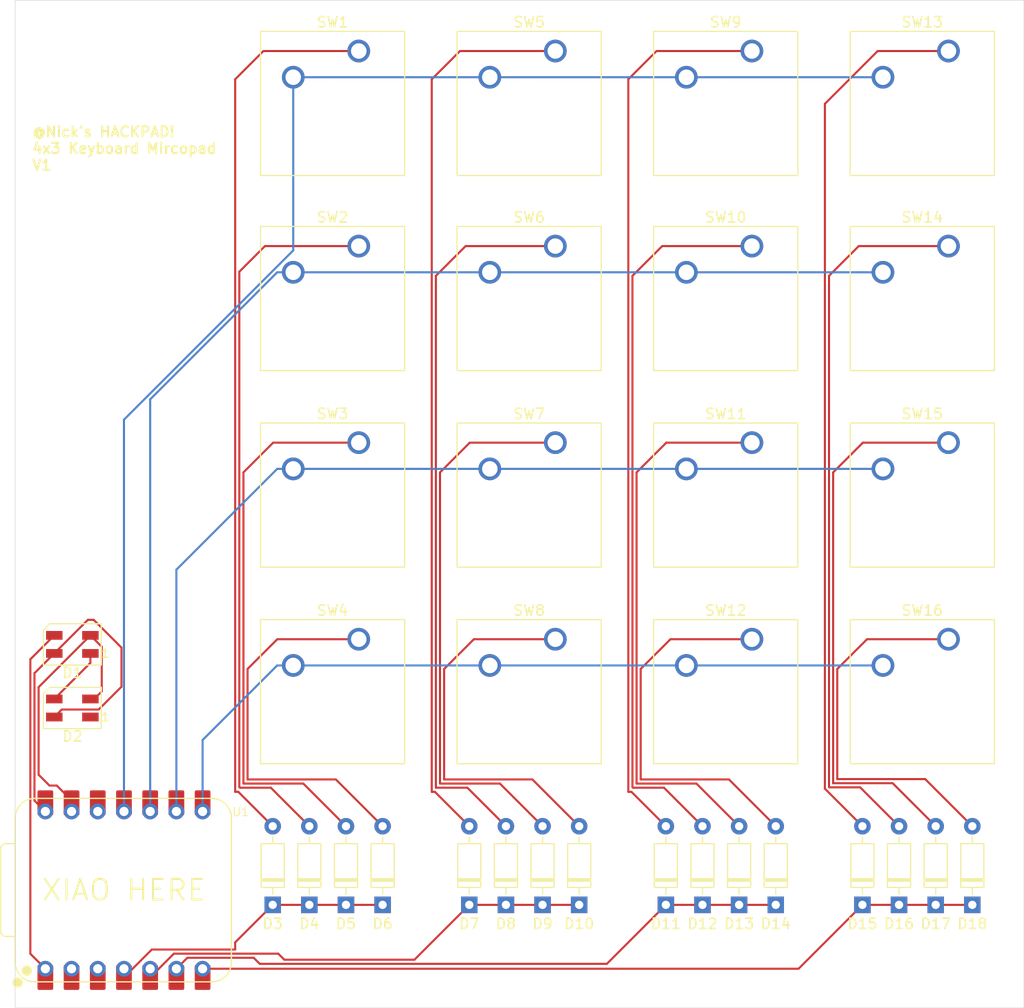
<source format=kicad_pcb>
(kicad_pcb (version 20240108) (generator "pcbnew") (generator_version "8.0")
  (layers (0 "F.Cu" signal) (31 "B.Cu" signal) (34 "B.Paste" user) (35 "F.Paste" user) (36 "B.SilkS" user "B.Silkscreen") (37 "F.SilkS" user "F.Silkscreen") (38 "B.Mask" user) (39 "F.Mask" user) (44 "Edge.Cuts" user))
  (net 0 "")
  (net 1 "+5V")
  (net 2 "Net-(D1-DOUT)")
  (net 3 "Net-(D1-DIN)")
  (net 4 "GND")
  (net 6 "Row1")
  (net 7 "Net-(D3-A)")
  (net 8 "Net-(D4-A)")
  (net 9 "Net-(D5-A)")
  (net 10 "Net-(D6-A)")
  (net 13 "Net-(D7-A)")
  (net 15 "Row2")
  (net 16 "Net-(D8-A)")
  (net 17 "Net-(D9-A)")
  (net 18 "Net-(D10-A)")
  (net 19 "Net-(D11-A)")
  (net 20 "Row3")
  (net 21 "Net-(D12-A)")
  (net 22 "Net-(D13-A)")
  (net 23 "Net-(D14-A)")
  (net 24 "Net-(D15-A)")
  (net 25 "Row4")
  (net 26 "Net-(D16-A)")
  (net 27 "Net-(D17-A)")
  (net 28 "Net-(D18-A)")
  (net 29 "Collom1")
  (net 30 "Collom2")
  (net 31 "Collom3")
  (net 32 "Collom4")
  (footprint "Button_Switch_Keyboard:SW_Cherry_MX_1.00u_PCB" (layer "F.Cu") (at 204.765 66.2725)
    (property "Reference" "SW11" (at -2.54 -2.794 0) (layer "F.SilkS"))
    (property "Value" "SW_Push")
    (pad "" np_thru_hole circle (at -7.62 5.08) (size 1.7 1.7) (drill 1.7) (layers "*.Cu" "*.Mask"))
    (pad "" np_thru_hole circle (at -2.54 5.08) (size 4 4) (drill 4) (layers "*.Cu" "*.Mask"))
    (pad "" np_thru_hole circle (at 2.54 5.08) (size 1.7 1.7) (drill 1.7) (layers "*.Cu" "*.Mask"))
    (pad "1" thru_hole circle (at 0 0) (size 2.2 2.2) (drill 1.5) (layers "*.Cu" "*.Mask") (net 22 "Net-(D13-A)"))
    (pad "2" thru_hole circle (at -6.35 2.54) (size 2.2 2.2) (drill 1.5) (layers "*.Cu" "*.Mask") (net 31 "Collom3"))
  )
  (footprint "Diode_THT:D_DO-35_SOD27_P7.62mm_Horizontal" (layer "F.Cu") (at 219.025 111.06375 90)
    (property "Reference" "D16" (at -1.83375 0 0) (layer "F.SilkS"))
    (property "Value" "1N4148")
    (pad "1" thru_hole rect (at 0 0 90) (size 1.6 1.6) (drill 0.8) (layers "*.Cu" "*.Mask") (net 25 "Row4"))
    (pad "2" thru_hole oval (at 7.62 0 90) (size 1.6 1.6) (drill 0.8) (layers "*.Cu" "*.Mask") (net 26 "Net-(D16-A)"))
  )
  (footprint "Button_Switch_Keyboard:SW_Cherry_MX_1.00u_PCB" (layer "F.Cu") (at 185.715 28.3175)
    (property "Reference" "SW5" (at -2.54 -2.794 0) (layer "F.SilkS"))
    (property "Value" "SW_Push")
    (pad "" np_thru_hole circle (at -7.62 5.08) (size 1.7 1.7) (drill 1.7) (layers "*.Cu" "*.Mask"))
    (pad "" np_thru_hole circle (at -2.54 5.08) (size 4 4) (drill 4) (layers "*.Cu" "*.Mask"))
    (pad "" np_thru_hole circle (at 2.54 5.08) (size 1.7 1.7) (drill 1.7) (layers "*.Cu" "*.Mask"))
    (pad "1" thru_hole circle (at 0 0) (size 2.2 2.2) (drill 1.5) (layers "*.Cu" "*.Mask") (net 13 "Net-(D7-A)"))
    (pad "2" thru_hole circle (at -6.35 2.54) (size 2.2 2.2) (drill 1.5) (layers "*.Cu" "*.Mask") (net 29 "Collom1"))
  )
  (footprint "Button_Switch_Keyboard:SW_Cherry_MX_1.00u_PCB" (layer "F.Cu") (at 223.815 28.3175)
    (property "Reference" "SW13" (at -2.54 -2.794 0) (layer "F.SilkS"))
    (property "Value" "SW_Push")
    (pad "" np_thru_hole circle (at -7.62 5.08) (size 1.7 1.7) (drill 1.7) (layers "*.Cu" "*.Mask"))
    (pad "" np_thru_hole circle (at -2.54 5.08) (size 4 4) (drill 4) (layers "*.Cu" "*.Mask"))
    (pad "" np_thru_hole circle (at 2.54 5.08) (size 1.7 1.7) (drill 1.7) (layers "*.Cu" "*.Mask"))
    (pad "1" thru_hole circle (at 0 0) (size 2.2 2.2) (drill 1.5) (layers "*.Cu" "*.Mask") (net 24 "Net-(D15-A)"))
    (pad "2" thru_hole circle (at -6.35 2.54) (size 2.2 2.2) (drill 1.5) (layers "*.Cu" "*.Mask") (net 29 "Collom1"))
  )
  (footprint "Button_Switch_Keyboard:SW_Cherry_MX_1.00u_PCB" (layer "F.Cu") (at 204.765 47.2225)
    (property "Reference" "SW10" (at -2.54 -2.794 0) (layer "F.SilkS"))
    (property "Value" "SW_Push")
    (pad "" np_thru_hole circle (at -7.62 5.08) (size 1.7 1.7) (drill 1.7) (layers "*.Cu" "*.Mask"))
    (pad "" np_thru_hole circle (at -2.54 5.08) (size 4 4) (drill 4) (layers "*.Cu" "*.Mask"))
    (pad "" np_thru_hole circle (at 2.54 5.08) (size 1.7 1.7) (drill 1.7) (layers "*.Cu" "*.Mask"))
    (pad "1" thru_hole circle (at 0 0) (size 2.2 2.2) (drill 1.5) (layers "*.Cu" "*.Mask") (net 21 "Net-(D12-A)"))
    (pad "2" thru_hole circle (at -6.35 2.54) (size 2.2 2.2) (drill 1.5) (layers "*.Cu" "*.Mask") (net 30 "Collom2"))
  )
  (footprint "LED_SMD:LED_SK6812MINI_PLCC4_3.5x3.5mm_P1.75mm" (layer "F.Cu") (at 138.90625 91.985 180)
    (property "Reference" "D2" (at 0 -2.75 0) (layer "F.SilkS"))
    (property "Value" "SK6812MINI")
    (fp_text user "1" (at -3.2 -0.875 0) (layer "F.SilkS") (effects (font (size 0.8 0.8))))
    (pad "1" smd rect (at -1.75 -0.875 180) (size 1.6 0.85) (layers "F.Cu" "F.Paste" "F.Mask"))
    (pad "2" smd rect (at -1.75 0.875 180) (size 1.6 0.85) (layers "F.Cu" "F.Paste" "F.Mask") (net 4 "GND"))
    (pad "3" smd rect (at 1.75 0.875 180) (size 1.6 0.85) (layers "F.Cu" "F.Paste" "F.Mask") (net 2 "Net-(D1-DOUT)"))
    (pad "4" smd rect (at 1.75 -0.875 180) (size 1.6 0.85) (layers "F.Cu" "F.Paste" "F.Mask") (net 1 "+5V"))
  )
  (footprint "LED_SMD:LED_SK6812MINI_PLCC4_3.5x3.5mm_P1.75mm" (layer "F.Cu") (at 138.90625 85.8225 180)
    (property "Reference" "D1" (at 0 -2.75 0) (layer "F.SilkS"))
    (property "Value" "SK6812MINI")
    (fp_text user "1" (at -3.2 -0.875 0) (layer "F.SilkS") (effects (font (size 0.8 0.8))))
    (pad "1" smd rect (at -1.75 -0.875 180) (size 1.6 0.85) (layers "F.Cu" "F.Paste" "F.Mask") (net 2 "Net-(D1-DOUT)"))
    (pad "2" smd rect (at -1.75 0.875 180) (size 1.6 0.85) (layers "F.Cu" "F.Paste" "F.Mask") (net 4 "GND"))
    (pad "3" smd rect (at 1.75 0.875 180) (size 1.6 0.85) (layers "F.Cu" "F.Paste" "F.Mask") (net 3 "Net-(D1-DIN)"))
    (pad "4" smd rect (at 1.75 -0.875 180) (size 1.6 0.85) (layers "F.Cu" "F.Paste" "F.Mask") (net 1 "+5V"))
  )
  (footprint "Button_Switch_Keyboard:SW_Cherry_MX_1.00u_PCB" (layer "F.Cu") (at 204.765 85.3225)
    (property "Reference" "SW12" (at -2.54 -2.794 0) (layer "F.SilkS"))
    (property "Value" "SW_Push")
    (pad "" np_thru_hole circle (at -7.62 5.08) (size 1.7 1.7) (drill 1.7) (layers "*.Cu" "*.Mask"))
    (pad "" np_thru_hole circle (at -2.54 5.08) (size 4 4) (drill 4) (layers "*.Cu" "*.Mask"))
    (pad "" np_thru_hole circle (at 2.54 5.08) (size 1.7 1.7) (drill 1.7) (layers "*.Cu" "*.Mask"))
    (pad "1" thru_hole circle (at 0 0) (size 2.2 2.2) (drill 1.5) (layers "*.Cu" "*.Mask") (net 23 "Net-(D14-A)"))
    (pad "2" thru_hole circle (at -6.35 2.54) (size 2.2 2.2) (drill 1.5) (layers "*.Cu" "*.Mask") (net 32 "Collom4"))
  )
  (footprint "Diode_THT:D_DO-35_SOD27_P7.62mm_Horizontal" (layer "F.Cu") (at 177.375 111.06375 90)
    (property "Reference" "D7" (at -1.83375 0 0) (layer "F.SilkS"))
    (property "Value" "1N4148")
    (pad "1" thru_hole rect (at 0 0 90) (size 1.6 1.6) (drill 0.8) (layers "*.Cu" "*.Mask") (net 15 "Row2"))
    (pad "2" thru_hole oval (at 7.62 0 90) (size 1.6 1.6) (drill 0.8) (layers "*.Cu" "*.Mask") (net 13 "Net-(D7-A)"))
  )
  (footprint "Diode_THT:D_DO-35_SOD27_P7.62mm_Horizontal" (layer "F.Cu") (at 199.975 111.06375 90)
    (property "Reference" "D12" (at -1.83375 0 180) (layer "F.SilkS"))
    (property "Value" "1N4148")
    (pad "1" thru_hole rect (at 0 0 90) (size 1.6 1.6) (drill 0.8) (layers "*.Cu" "*.Mask") (net 20 "Row3"))
    (pad "2" thru_hole oval (at 7.62 0 90) (size 1.6 1.6) (drill 0.8) (layers "*.Cu" "*.Mask") (net 21 "Net-(D12-A)"))
  )
  (footprint "Diode_THT:D_DO-35_SOD27_P7.62mm_Horizontal" (layer "F.Cu") (at 196.425 111.06375 90)
    (property "Reference" "D11" (at -1.83375 0 0) (layer "F.SilkS"))
    (property "Value" "1N4148")
    (pad "1" thru_hole rect (at 0 0 90) (size 1.6 1.6) (drill 0.8) (layers "*.Cu" "*.Mask") (net 20 "Row3"))
    (pad "2" thru_hole oval (at 7.62 0 90) (size 1.6 1.6) (drill 0.8) (layers "*.Cu" "*.Mask") (net 19 "Net-(D11-A)"))
  )
  (footprint "Diode_THT:D_DO-35_SOD27_P7.62mm_Horizontal" (layer "F.Cu") (at 180.925 111.06375 90)
    (property "Reference" "D8" (at -1.83375 0 0) (layer "F.SilkS"))
    (property "Value" "1N4148")
    (pad "1" thru_hole rect (at 0 0 90) (size 1.6 1.6) (drill 0.8) (layers "*.Cu" "*.Mask") (net 15 "Row2"))
    (pad "2" thru_hole oval (at 7.62 0 90) (size 1.6 1.6) (drill 0.8) (layers "*.Cu" "*.Mask") (net 16 "Net-(D8-A)"))
  )
  (footprint "Diode_THT:D_DO-35_SOD27_P7.62mm_Horizontal" (layer "F.Cu") (at 168.975 111.06375 90)
    (property "Reference" "D6" (at -1.83375 0 0) (layer "F.SilkS"))
    (property "Value" "1N4148")
    (pad "1" thru_hole rect (at 0 0 90) (size 1.6 1.6) (drill 0.8) (layers "*.Cu" "*.Mask") (net 6 "Row1"))
    (pad "2" thru_hole oval (at 7.62 0 90) (size 1.6 1.6) (drill 0.8) (layers "*.Cu" "*.Mask") (net 10 "Net-(D6-A)"))
  )
  (footprint "Button_Switch_Keyboard:SW_Cherry_MX_1.00u_PCB" (layer "F.Cu") (at 223.815 85.3225)
    (property "Reference" "SW16" (at -2.54 -2.794 0) (layer "F.SilkS"))
    (property "Value" "SW_Push")
    (pad "" np_thru_hole circle (at -7.62 5.08) (size 1.7 1.7) (drill 1.7) (layers "*.Cu" "*.Mask"))
    (pad "" np_thru_hole circle (at -2.54 5.08) (size 4 4) (drill 4) (layers "*.Cu" "*.Mask"))
    (pad "" np_thru_hole circle (at 2.54 5.08) (size 1.7 1.7) (drill 1.7) (layers "*.Cu" "*.Mask"))
    (pad "1" thru_hole circle (at 0 0) (size 2.2 2.2) (drill 1.5) (layers "*.Cu" "*.Mask") (net 28 "Net-(D18-A)"))
    (pad "2" thru_hole circle (at -6.35 2.54) (size 2.2 2.2) (drill 1.5) (layers "*.Cu" "*.Mask") (net 32 "Collom4"))
  )
  (footprint "Button_Switch_Keyboard:SW_Cherry_MX_1.00u_PCB" (layer "F.Cu") (at 185.715 85.3225)
    (property "Reference" "SW8" (at -2.54 -2.794 0) (layer "F.SilkS"))
    (property "Value" "SW_Push")
    (pad "" np_thru_hole circle (at -7.62 5.08) (size 1.7 1.7) (drill 1.7) (layers "*.Cu" "*.Mask"))
    (pad "" np_thru_hole circle (at -2.54 5.08) (size 4 4) (drill 4) (layers "*.Cu" "*.Mask"))
    (pad "" np_thru_hole circle (at 2.54 5.08) (size 1.7 1.7) (drill 1.7) (layers "*.Cu" "*.Mask"))
    (pad "1" thru_hole circle (at 0 0) (size 2.2 2.2) (drill 1.5) (layers "*.Cu" "*.Mask") (net 18 "Net-(D10-A)"))
    (pad "2" thru_hole circle (at -6.35 2.54) (size 2.2 2.2) (drill 1.5) (layers "*.Cu" "*.Mask") (net 32 "Collom4"))
  )
  (footprint "Diode_THT:D_DO-35_SOD27_P7.62mm_Horizontal" (layer "F.Cu") (at 215.475 111.06375 90)
    (property "Reference" "D15" (at -1.83375 0 0) (layer "F.SilkS"))
    (property "Value" "1N4148")
    (pad "1" thru_hole rect (at 0 0 90) (size 1.6 1.6) (drill 0.8) (layers "*.Cu" "*.Mask") (net 25 "Row4"))
    (pad "2" thru_hole oval (at 7.62 0 90) (size 1.6 1.6) (drill 0.8) (layers "*.Cu" "*.Mask") (net 24 "Net-(D15-A)"))
  )
  (footprint "Diode_THT:D_DO-35_SOD27_P7.62mm_Horizontal" (layer "F.Cu") (at 207.075 111.06375 90)
    (property "Reference" "D14" (at -1.83375 0 180) (layer "F.SilkS"))
    (property "Value" "1N4148")
    (pad "1" thru_hole rect (at 0 0 90) (size 1.6 1.6) (drill 0.8) (layers "*.Cu" "*.Mask") (net 20 "Row3"))
    (pad "2" thru_hole oval (at 7.62 0 90) (size 1.6 1.6) (drill 0.8) (layers "*.Cu" "*.Mask") (net 23 "Net-(D14-A)"))
  )
  (footprint "Button_Switch_Keyboard:SW_Cherry_MX_1.00u_PCB" (layer "F.Cu") (at 166.665 85.3225)
    (property "Reference" "SW4" (at -2.54 -2.794 0) (layer "F.SilkS"))
    (property "Value" "SW_Push")
    (pad "" np_thru_hole circle (at -7.62 5.08) (size 1.7 1.7) (drill 1.7) (layers "*.Cu" "*.Mask"))
    (pad "" np_thru_hole circle (at -2.54 5.08) (size 4 4) (drill 4) (layers "*.Cu" "*.Mask"))
    (pad "" np_thru_hole circle (at 2.54 5.08) (size 1.7 1.7) (drill 1.7) (layers "*.Cu" "*.Mask"))
    (pad "1" thru_hole circle (at 0 0) (size 2.2 2.2) (drill 1.5) (layers "*.Cu" "*.Mask") (net 10 "Net-(D6-A)"))
    (pad "2" thru_hole circle (at -6.35 2.54) (size 2.2 2.2) (drill 1.5) (layers "*.Cu" "*.Mask") (net 32 "Collom4"))
  )
  (footprint "Diode_THT:D_DO-35_SOD27_P7.62mm_Horizontal" (layer "F.Cu") (at 188.025 111.06375 90)
    (property "Reference" "D10" (at -1.83375 0 0) (layer "F.SilkS"))
    (property "Value" "1N4148")
    (pad "1" thru_hole rect (at 0 0 90) (size 1.6 1.6) (drill 0.8) (layers "*.Cu" "*.Mask") (net 15 "Row2"))
    (pad "2" thru_hole oval (at 7.62 0 90) (size 1.6 1.6) (drill 0.8) (layers "*.Cu" "*.Mask") (net 18 "Net-(D10-A)"))
  )
  (footprint "Diode_THT:D_DO-35_SOD27_P7.62mm_Horizontal" (layer "F.Cu") (at 226.125 111.06375 90)
    (property "Reference" "D18" (at -1.83375 0 0) (layer "F.SilkS"))
    (property "Value" "1N4148")
    (pad "1" thru_hole rect (at 0 0 90) (size 1.6 1.6) (drill 0.8) (layers "*.Cu" "*.Mask") (net 25 "Row4"))
    (pad "2" thru_hole oval (at 7.62 0 90) (size 1.6 1.6) (drill 0.8) (layers "*.Cu" "*.Mask") (net 28 "Net-(D18-A)"))
  )
  (footprint "Button_Switch_Keyboard:SW_Cherry_MX_1.00u_PCB" (layer "F.Cu") (at 204.765 28.3175)
    (property "Reference" "SW9" (at -2.54 -2.794 0) (layer "F.SilkS"))
    (property "Value" "SW_Push")
    (pad "" np_thru_hole circle (at -7.62 5.08) (size 1.7 1.7) (drill 1.7) (layers "*.Cu" "*.Mask"))
    (pad "" np_thru_hole circle (at -2.54 5.08) (size 4 4) (drill 4) (layers "*.Cu" "*.Mask"))
    (pad "" np_thru_hole circle (at 2.54 5.08) (size 1.7 1.7) (drill 1.7) (layers "*.Cu" "*.Mask"))
    (pad "1" thru_hole circle (at 0 0) (size 2.2 2.2) (drill 1.5) (layers "*.Cu" "*.Mask") (net 19 "Net-(D11-A)"))
    (pad "2" thru_hole circle (at -6.35 2.54) (size 2.2 2.2) (drill 1.5) (layers "*.Cu" "*.Mask") (net 29 "Collom1"))
  )
  (footprint "Diode_THT:D_DO-35_SOD27_P7.62mm_Horizontal" (layer "F.Cu") (at 161.875 111.06375 90)
    (property "Reference" "D4" (at -1.83375 0 0) (layer "F.SilkS"))
    (property "Value" "1N4148")
    (pad "1" thru_hole rect (at 0 0 90) (size 1.6 1.6) (drill 0.8) (layers "*.Cu" "*.Mask") (net 6 "Row1"))
    (pad "2" thru_hole oval (at 7.62 0 90) (size 1.6 1.6) (drill 0.8) (layers "*.Cu" "*.Mask") (net 8 "Net-(D4-A)"))
  )
  (footprint "Button_Switch_Keyboard:SW_Cherry_MX_1.00u_PCB" (layer "F.Cu") (at 223.815 66.2725)
    (property "Reference" "SW15" (at -2.54 -2.794 0) (layer "F.SilkS"))
    (property "Value" "SW_Push")
    (pad "" np_thru_hole circle (at -7.62 5.08) (size 1.7 1.7) (drill 1.7) (layers "*.Cu" "*.Mask"))
    (pad "" np_thru_hole circle (at -2.54 5.08) (size 4 4) (drill 4) (layers "*.Cu" "*.Mask"))
    (pad "" np_thru_hole circle (at 2.54 5.08) (size 1.7 1.7) (drill 1.7) (layers "*.Cu" "*.Mask"))
    (pad "1" thru_hole circle (at 0 0) (size 2.2 2.2) (drill 1.5) (layers "*.Cu" "*.Mask") (net 27 "Net-(D17-A)"))
    (pad "2" thru_hole circle (at -6.35 2.54) (size 2.2 2.2) (drill 1.5) (layers "*.Cu" "*.Mask") (net 31 "Collom3"))
  )
  (footprint "Diode_THT:D_DO-35_SOD27_P7.62mm_Horizontal" (layer "F.Cu") (at 184.475 111.06375 90)
    (property "Reference" "D9" (at -1.83375 0 0) (layer "F.SilkS"))
    (property "Value" "1N4148")
    (pad "1" thru_hole rect (at 0 0 90) (size 1.6 1.6) (drill 0.8) (layers "*.Cu" "*.Mask") (net 15 "Row2"))
    (pad "2" thru_hole oval (at 7.62 0 90) (size 1.6 1.6) (drill 0.8) (layers "*.Cu" "*.Mask") (net 17 "Net-(D9-A)"))
  )
  (footprint "Button_Switch_Keyboard:SW_Cherry_MX_1.00u_PCB" (layer "F.Cu") (at 223.815 47.2225)
    (property "Reference" "SW14" (at -2.54 -2.794 0) (layer "F.SilkS"))
    (property "Value" "SW_Push")
    (pad "" np_thru_hole circle (at -7.62 5.08) (size 1.7 1.7) (drill 1.7) (layers "*.Cu" "*.Mask"))
    (pad "" np_thru_hole circle (at -2.54 5.08) (size 4 4) (drill 4) (layers "*.Cu" "*.Mask"))
    (pad "" np_thru_hole circle (at 2.54 5.08) (size 1.7 1.7) (drill 1.7) (layers "*.Cu" "*.Mask"))
    (pad "1" thru_hole circle (at 0 0) (size 2.2 2.2) (drill 1.5) (layers "*.Cu" "*.Mask") (net 26 "Net-(D16-A)"))
    (pad "2" thru_hole circle (at -6.35 2.54) (size 2.2 2.2) (drill 1.5) (layers "*.Cu" "*.Mask") (net 30 "Collom2"))
  )
  (footprint "Diode_THT:D_DO-35_SOD27_P7.62mm_Horizontal" (layer "F.Cu") (at 222.575 111.06375 90)
    (property "Reference" "D17" (at -1.83375 0 0) (layer "F.SilkS"))
    (property "Value" "1N4148")
    (pad "1" thru_hole rect (at 0 0 90) (size 1.6 1.6) (drill 0.8) (layers "*.Cu" "*.Mask") (net 25 "Row4"))
    (pad "2" thru_hole oval (at 7.62 0 90) (size 1.6 1.6) (drill 0.8) (layers "*.Cu" "*.Mask") (net 27 "Net-(D17-A)"))
  )
  (footprint "Button_Switch_Keyboard:SW_Cherry_MX_1.00u_PCB" (layer "F.Cu") (at 166.665 47.2225)
    (property "Reference" "SW2" (at -2.54 -2.794 0) (layer "F.SilkS"))
    (property "Value" "SW_Push")
    (pad "" np_thru_hole circle (at -7.62 5.08) (size 1.7 1.7) (drill 1.7) (layers "*.Cu" "*.Mask"))
    (pad "" np_thru_hole circle (at -2.54 5.08) (size 4 4) (drill 4) (layers "*.Cu" "*.Mask"))
    (pad "" np_thru_hole circle (at 2.54 5.08) (size 1.7 1.7) (drill 1.7) (layers "*.Cu" "*.Mask"))
    (pad "1" thru_hole circle (at 0 0) (size 2.2 2.2) (drill 1.5) (layers "*.Cu" "*.Mask") (net 8 "Net-(D4-A)"))
    (pad "2" thru_hole circle (at -6.35 2.54) (size 2.2 2.2) (drill 1.5) (layers "*.Cu" "*.Mask") (net 30 "Collom2"))
  )
  (footprint "Button_Switch_Keyboard:SW_Cherry_MX_1.00u_PCB" (layer "F.Cu") (at 185.715 47.2225)
    (property "Reference" "SW6" (at -2.54 -2.794 0) (layer "F.SilkS"))
    (property "Value" "SW_Push")
    (pad "" np_thru_hole circle (at -7.62 5.08) (size 1.7 1.7) (drill 1.7) (layers "*.Cu" "*.Mask"))
    (pad "" np_thru_hole circle (at -2.54 5.08) (size 4 4) (drill 4) (layers "*.Cu" "*.Mask"))
    (pad "" np_thru_hole circle (at 2.54 5.08) (size 1.7 1.7) (drill 1.7) (layers "*.Cu" "*.Mask"))
    (pad "1" thru_hole circle (at 0 0) (size 2.2 2.2) (drill 1.5) (layers "*.Cu" "*.Mask") (net 16 "Net-(D8-A)"))
    (pad "2" thru_hole circle (at -6.35 2.54) (size 2.2 2.2) (drill 1.5) (layers "*.Cu" "*.Mask") (net 30 "Collom2"))
  )
  (footprint "Diode_THT:D_DO-35_SOD27_P7.62mm_Horizontal" (layer "F.Cu") (at 165.425 111.06375 90)
    (property "Reference" "D5" (at -1.83375 0 0) (layer "F.SilkS"))
    (property "Value" "1N4148")
    (pad "1" thru_hole rect (at 0 0 90) (size 1.6 1.6) (drill 0.8) (layers "*.Cu" "*.Mask") (net 6 "Row1"))
    (pad "2" thru_hole oval (at 7.62 0 90) (size 1.6 1.6) (drill 0.8) (layers "*.Cu" "*.Mask") (net 9 "Net-(D5-A)"))
  )
  (footprint "Button_Switch_Keyboard:SW_Cherry_MX_1.00u_PCB" (layer "F.Cu") (at 166.665 28.3175)
    (property "Reference" "SW1" (at -2.54 -2.794 0) (layer "F.SilkS"))
    (property "Value" "SW_Push")
    (pad "" np_thru_hole circle (at -7.62 5.08) (size 1.7 1.7) (drill 1.7) (layers "*.Cu" "*.Mask"))
    (pad "" np_thru_hole circle (at -2.54 5.08) (size 4 4) (drill 4) (layers "*.Cu" "*.Mask"))
    (pad "" np_thru_hole circle (at 2.54 5.08) (size 1.7 1.7) (drill 1.7) (layers "*.Cu" "*.Mask"))
    (pad "1" thru_hole circle (at 0 0) (size 2.2 2.2) (drill 1.5) (layers "*.Cu" "*.Mask") (net 7 "Net-(D3-A)"))
    (pad "2" thru_hole circle (at -6.35 2.54) (size 2.2 2.2) (drill 1.5) (layers "*.Cu" "*.Mask") (net 29 "Collom1"))
  )
  (footprint "Button_Switch_Keyboard:SW_Cherry_MX_1.00u_PCB" (layer "F.Cu") (at 185.715 66.2725)
    (property "Reference" "SW7" (at -2.54 -2.794 0) (layer "F.SilkS"))
    (property "Value" "SW_Push")
    (pad "" np_thru_hole circle (at -7.62 5.08) (size 1.7 1.7) (drill 1.7) (layers "*.Cu" "*.Mask"))
    (pad "" np_thru_hole circle (at -2.54 5.08) (size 4 4) (drill 4) (layers "*.Cu" "*.Mask"))
    (pad "" np_thru_hole circle (at 2.54 5.08) (size 1.7 1.7) (drill 1.7) (layers "*.Cu" "*.Mask"))
    (pad "1" thru_hole circle (at 0 0) (size 2.2 2.2) (drill 1.5) (layers "*.Cu" "*.Mask") (net 17 "Net-(D9-A)"))
    (pad "2" thru_hole circle (at -6.35 2.54) (size 2.2 2.2) (drill 1.5) (layers "*.Cu" "*.Mask") (net 31 "Collom3"))
  )
  (footprint "OPL:XIAO-RP2040-DIP" (layer "F.Cu") (at 143.910275 109.635 90)
    (property "Reference" "U1" (at 7.574392 11.309302 0) (layer "F.SilkS") (effects (font (size 0.8 0.8) (thickness 0.1016))))
    (property "Value" "XIAO-RP2040-DIP")
    (property "XIAO HERE" "XIAO HERE" (at 0 0 0) (layer "F.SilkS") (effects (font (size 2 2) (thickness 0.2) (bold yes))))
    (pad "1" smd roundrect (at -8.455 -7.62 270) (size 2.432 1.524) (layers "F.Cu" "F.Mask") (roundrect_rratio 0.1) (net 3 "Net-(D1-DIN)"))
    (pad "1" thru_hole circle (at -7.62 -7.62 270) (size 1.524 1.524) (drill 0.889) (layers "*.Cu" "*.Mask") (net 3 "Net-(D1-DIN)"))
    (pad "2" smd roundrect (at -8.455 -5.08 270) (size 2.432 1.524) (layers "F.Cu" "F.Mask") (roundrect_rratio 0.1))
    (pad "2" thru_hole circle (at -7.62 -5.08 270) (size 1.524 1.524) (drill 0.889) (layers "*.Cu" "*.Mask"))
    (pad "3" smd roundrect (at -8.455 -2.54 270) (size 2.432 1.524) (layers "F.Cu" "F.Mask") (roundrect_rratio 0.1))
    (pad "3" thru_hole circle (at -7.62 -2.54 270) (size 1.524 1.524) (drill 0.889) (layers "*.Cu" "*.Mask"))
    (pad "4" smd roundrect (at -8.455 0 270) (size 2.432 1.524) (layers "F.Cu" "F.Mask") (roundrect_rratio 0.1) (net 6 "Row1"))
    (pad "4" thru_hole circle (at -7.62 0 270) (size 1.524 1.524) (drill 0.889) (layers "*.Cu" "*.Mask") (net 6 "Row1"))
    (pad "5" smd roundrect (at -8.455 2.54 270) (size 2.432 1.524) (layers "F.Cu" "F.Mask") (roundrect_rratio 0.1) (net 15 "Row2"))
    (pad "5" thru_hole circle (at -7.62 2.54 270) (size 1.524 1.524) (drill 0.889) (layers "*.Cu" "*.Mask") (net 15 "Row2"))
    (pad "6" smd roundrect (at -8.455 5.08 270) (size 2.432 1.524) (layers "F.Cu" "F.Mask") (roundrect_rratio 0.1) (net 20 "Row3"))
    (pad "6" thru_hole circle (at -7.62 5.08 270) (size 1.524 1.524) (drill 0.889) (layers "*.Cu" "*.Mask") (net 20 "Row3"))
    (pad "7" smd roundrect (at -8.455 7.62 270) (size 2.432 1.524) (layers "F.Cu" "F.Mask") (roundrect_rratio 0.1) (net 25 "Row4"))
    (pad "7" thru_hole circle (at -7.62 7.62 270) (size 1.524 1.524) (drill 0.889) (layers "*.Cu" "*.Mask") (net 25 "Row4"))
    (pad "8" thru_hole circle (at 7.62 7.62 90) (size 1.524 1.524) (drill 0.889) (layers "*.Cu" "*.Mask") (net 32 "Collom4"))
    (pad "8" smd roundrect (at 8.455 7.62 90) (size 2.432 1.524) (layers "F.Cu" "F.Mask") (roundrect_rratio 0.1) (net 32 "Collom4"))
    (pad "9" thru_hole circle (at 7.62 5.08 90) (size 1.524 1.524) (drill 0.889) (layers "*.Cu" "*.Mask") (net 31 "Collom3"))
    (pad "9" smd roundrect (at 8.455 5.08 90) (size 2.432 1.524) (layers "F.Cu" "F.Mask") (roundrect_rratio 0.1) (net 31 "Collom3"))
    (pad "10" thru_hole circle (at 7.62 2.54 90) (size 1.524 1.524) (drill 0.889) (layers "*.Cu" "*.Mask") (net 30 "Collom2"))
    (pad "10" smd roundrect (at 8.455 2.54 90) (size 2.432 1.524) (layers "F.Cu" "F.Mask") (roundrect_rratio 0.1) (net 30 "Collom2"))
    (pad "11" thru_hole circle (at 7.62 0 90) (size 1.524 1.524) (drill 0.889) (layers "*.Cu" "*.Mask") (net 29 "Collom1"))
    (pad "11" smd roundrect (at 8.455 0 90) (size 2.432 1.524) (layers "F.Cu" "F.Mask") (roundrect_rratio 0.1) (net 29 "Collom1"))
    (pad "12" thru_hole circle (at 7.62 -2.54 90) (size 1.524 1.524) (drill 0.889) (layers "*.Cu" "*.Mask"))
    (pad "12" smd roundrect (at 8.455 -2.54 90) (size 2.432 1.524) (layers "F.Cu" "F.Mask") (roundrect_rratio 0.1))
    (pad "13" thru_hole circle (at 7.62 -5.08 90) (size 1.524 1.524) (drill 0.889) (layers "*.Cu" "*.Mask") (net 4 "GND"))
    (pad "13" smd roundrect (at 8.455 -5.08 90) (size 2.432 1.524) (layers "F.Cu" "F.Mask") (roundrect_rratio 0.1) (net 4 "GND"))
    (pad "14" thru_hole circle (at 7.62 -7.62 90) (size 1.524 1.524) (drill 0.889) (layers "*.Cu" "*.Mask") (net 1 "+5V"))
    (pad "14" smd roundrect (at 8.455 -7.62 90) (size 2.432 1.524) (layers "F.Cu" "F.Mask") (roundrect_rratio 0.1) (net 1 "+5V"))
  )
  (footprint "Button_Switch_Keyboard:SW_Cherry_MX_1.00u_PCB" (layer "F.Cu") (at 166.665 66.2725)
    (property "Reference" "SW3" (at -2.54 -2.794 0) (layer "F.SilkS"))
    (property "Value" "SW_Push")
    (pad "" np_thru_hole circle (at -7.62 5.08) (size 1.7 1.7) (drill 1.7) (layers "*.Cu" "*.Mask"))
    (pad "" np_thru_hole circle (at -2.54 5.08) (size 4 4) (drill 4) (layers "*.Cu" "*.Mask"))
    (pad "" np_thru_hole circle (at 2.54 5.08) (size 1.7 1.7) (drill 1.7) (layers "*.Cu" "*.Mask"))
    (pad "1" thru_hole circle (at 0 0) (size 2.2 2.2) (drill 1.5) (layers "*.Cu" "*.Mask") (net 9 "Net-(D5-A)"))
    (pad "2" thru_hole circle (at -6.35 2.54) (size 2.2 2.2) (drill 1.5) (layers "*.Cu" "*.Mask") (net 31 "Collom3"))
  )
  (footprint "Diode_THT:D_DO-35_SOD27_P7.62mm_Horizontal" (layer "F.Cu") (at 158.325 111.06375 90)
    (property "Reference" "D3" (at -1.83375 0 0) (layer "F.SilkS"))
    (property "Value" "1N4148")
    (pad "1" thru_hole rect (at 0 0 90) (size 1.6 1.6) (drill 0.8) (layers "*.Cu" "*.Mask") (net 6 "Row1"))
    (pad "2" thru_hole oval (at 7.62 0 90) (size 1.6 1.6) (drill 0.8) (layers "*.Cu" "*.Mask") (net 7 "Net-(D3-A)"))
  )
  (footprint "Diode_THT:D_DO-35_SOD27_P7.62mm_Horizontal" (layer "F.Cu") (at 203.525 111.06375 90)
    (property "Reference" "D13" (at -1.83375 0 180) (layer "F.SilkS"))
    (property "Value" "1N4148")
    (pad "1" thru_hole rect (at 0 0 90) (size 1.6 1.6) (drill 0.8) (layers "*.Cu" "*.Mask") (net 20 "Row3"))
    (pad "2" thru_hole oval (at 7.62 0 90) (size 1.6 1.6) (drill 0.8) (layers "*.Cu" "*.Mask") (net 22 "Net-(D13-A)"))
  )
  (gr_rect (start 133.356275 23.3975) (end 231.125 121.02875) (stroke (width 0.05)) (fill none) (layer "Edge.Cuts"))
  (gr_text "@Nick's HACKPAD!\n4x3 Keyboard Mircopad\nV1" (at 134.907585 35.565446 0) (layer "F.SilkS") (effects (font (size 1 1) (thickness 0.2) (bold yes)) (justify left top)))
  (segment (start 135.2375 88.61625) (end 137.15625 86.6975) (width 0.2) (layer "F.Cu") (net 1))
  (segment (start 135.2375 88.61625) (end 135.2375 100.962225) (width 0.2) (layer "F.Cu") (net 1))
  (segment (start 143.66875 86.135) (end 140.975 83.44125) (width 0.2) (layer "F.Cu") (net 1))
  (segment (start 140.4125 83.44125) (end 137.15625 86.6975) (width 0.2) (layer "F.Cu") (net 1))
  (segment (start 135.2375 100.962225) (end 136.290275 102.015) (width 0.2) (layer "F.Cu") (net 1))
  (segment (start 137.15625 92.86) (end 137.88125 92.135) (width 0.2) (layer "F.Cu") (net 1))
  (segment (start 140.975 83.44125) (end 140.4125 83.44125) (width 0.2) (layer "F.Cu") (net 1))
  (segment (start 137.88125 92.135) (end 141.45625 92.135) (width 0.2) (layer "F.Cu") (net 1))
  (segment (start 141.45625 92.135) (end 143.66875 89.9225) (width 0.2) (layer "F.Cu") (net 1))
  (segment (start 143.66875 89.9225) (end 143.66875 86.135) (width 0.2) (layer "F.Cu") (net 1))
  (segment (start 140.65625 86.6975) (end 140.65625 87.61) (width 0.2) (layer "F.Cu") (net 2))
  (segment (start 140.65625 87.61) (end 137.15625 91.11) (width 0.2) (layer "F.Cu") (net 2))
  (segment (start 134.8375 87.26625) (end 134.8375 115.802225) (width 0.2) (layer "F.Cu") (net 3))
  (segment (start 134.8375 115.802225) (end 136.290275 117.255) (width 0.2) (layer "F.Cu") (net 3))
  (segment (start 137.15625 84.9475) (end 134.8375 87.26625) (width 0.2) (layer "F.Cu") (net 3))
  (segment (start 136.690275 99.503339) (end 137.396244 99.503339) (width 0.2) (layer "F.Cu") (net 4))
  (segment (start 137.396244 99.503339) (end 138.830275 100.93737) (width 0.2) (layer "F.Cu") (net 4))
  (segment (start 140.65625 84.9475) (end 135.6375 89.96625) (width 0.2) (layer "F.Cu") (net 4))
  (segment (start 141.75625 86.0475) (end 140.65625 84.9475) (width 0.2) (layer "F.Cu") (net 4))
  (segment (start 135.6375 89.96625) (end 135.6375 98.450564) (width 0.2) (layer "F.Cu") (net 4))
  (segment (start 138.830275 100.93737) (end 138.830275 102.015) (width 0.2) (layer "F.Cu") (net 4))
  (segment (start 141.03125 91.11) (end 141.75625 90.385) (width 0.2) (layer "F.Cu") (net 4))
  (segment (start 140.65625 91.11) (end 141.03125 91.11) (width 0.2) (layer "F.Cu") (net 4))
  (segment (start 141.75625 90.385) (end 141.75625 86.0475) (width 0.2) (layer "F.Cu") (net 4))
  (segment (start 135.6375 98.450564) (end 136.690275 99.503339) (width 0.2) (layer "F.Cu") (net 4))
  (segment (start 158.325 111.06375) (end 154.6875 114.70125) (width 0.2) (layer "F.Cu") (net 6))
  (segment (start 158.325 111.06375) (end 161.875 111.06375) (width 0.2) (layer "F.Cu") (net 6))
  (segment (start 154.6875 114.70125) (end 154.6875 115.393) (width 0.2) (layer "F.Cu") (net 6))
  (segment (start 154.6875 115.393) (end 146.607275 115.393) (width 0.2) (layer "F.Cu") (net 6))
  (segment (start 146.607275 115.393) (end 143.910275 118.09) (width 0.2) (layer "F.Cu") (net 6))
  (segment (start 161.875 111.06375) (end 165.425 111.06375) (width 0.2) (layer "F.Cu") (net 6))
  (segment (start 165.425 111.06375) (end 168.975 111.06375) (width 0.2) (layer "F.Cu") (net 6))
  (segment (start 166.665 28.3175) (end 157.42375 28.3175) (width 0.2) (layer "F.Cu") (net 7))
  (segment (start 157.42375 28.3175) (end 154.6875 31.05375) (width 0.2) (layer "F.Cu") (net 7))
  (segment (start 154.6875 31.05375) (end 154.6875 100.11) (width 0.2) (layer "F.Cu") (net 7))
  (segment (start 154.99125 100.11) (end 158.325 103.44375) (width 0.2) (layer "F.Cu") (net 7))
  (segment (start 154.6875 100.11) (end 154.99125 100.11) (width 0.2) (layer "F.Cu") (net 7))
  (segment (start 155.0875 99.640564) (end 155.0875 49.70375) (width 0.2) (layer "F.Cu") (net 8))
  (segment (start 155.156936 99.71) (end 155.0875 99.640564) (width 0.2) (layer "F.Cu") (net 8))
  (segment (start 161.875 103.44375) (end 158.14125 99.71) (width 0.2) (layer "F.Cu") (net 8))
  (segment (start 155.0875 49.70375) (end 157.56875 47.2225) (width 0.2) (layer "F.Cu") (net 8))
  (segment (start 157.56875 47.2225) (end 166.665 47.2225) (width 0.2) (layer "F.Cu") (net 8))
  (segment (start 158.14125 99.71) (end 155.156936 99.71) (width 0.2) (layer "F.Cu") (net 8))
  (segment (start 155.4875 69.15375) (end 158.36875 66.2725) (width 0.2) (layer "F.Cu") (net 9))
  (segment (start 165.425 103.44375) (end 161.29125 99.31) (width 0.2) (layer "F.Cu") (net 9))
  (segment (start 155.4875 99.31) (end 155.4875 69.15375) (width 0.2) (layer "F.Cu") (net 9))
  (segment (start 158.36875 66.2725) (end 166.665 66.2725) (width 0.2) (layer "F.Cu") (net 9))
  (segment (start 161.29125 99.31) (end 155.4875 99.31) (width 0.2) (layer "F.Cu") (net 9))
  (segment (start 166.665 85.3225) (end 158.76875 85.3225) (width 0.2) (layer "F.Cu") (net 10))
  (segment (start 158.76875 85.3225) (end 155.8875 88.20375) (width 0.2) (layer "F.Cu") (net 10))
  (segment (start 155.8875 88.20375) (end 155.8875 98.91) (width 0.2) (layer "F.Cu") (net 10))
  (segment (start 155.8875 98.91) (end 164.44125 98.91) (width 0.2) (layer "F.Cu") (net 10))
  (segment (start 164.44125 98.91) (end 168.975 103.44375) (width 0.2) (layer "F.Cu") (net 10))
  (segment (start 173.7375 31.05375) (end 176.47375 28.3175) (width 0.2) (layer "F.Cu") (net 13))
  (segment (start 173.7375 100.11) (end 173.7375 31.05375) (width 0.2) (layer "F.Cu") (net 13))
  (segment (start 176.47375 28.3175) (end 185.715 28.3175) (width 0.2) (layer "F.Cu") (net 13))
  (segment (start 174.04125 100.11) (end 173.7375 100.11) (width 0.2) (layer "F.Cu") (net 13))
  (segment (start 177.375 103.44375) (end 174.04125 100.11) (width 0.2) (layer "F.Cu") (net 13))
  (segment (start 159.45 116.37875) (end 158.86425 115.793) (width 0.2) (layer "F.Cu") (net 15))
  (segment (start 180.925 111.06375) (end 177.375 111.06375) (width 0.2) (layer "F.Cu") (net 15))
  (segment (start 158.86425 115.793) (end 148.747275 115.793) (width 0.2) (layer "F.Cu") (net 15))
  (segment (start 184.475 111.06375) (end 180.925 111.06375) (width 0.2) (layer "F.Cu") (net 15))
  (segment (start 177.375 111.06375) (end 172.06 116.37875) (width 0.2) (layer "F.Cu") (net 15))
  (segment (start 188.025 111.06375) (end 184.475 111.06375) (width 0.2) (layer "F.Cu") (net 15))
  (segment (start 172.06 116.37875) (end 159.45 116.37875) (width 0.2) (layer "F.Cu") (net 15))
  (segment (start 148.747275 115.793) (end 146.450275 118.09) (width 0.2) (layer "F.Cu") (net 15))
  (segment (start 177.01875 47.2225) (end 174.1375 50.10375) (width 0.2) (layer "F.Cu") (net 16))
  (segment (start 174.1375 50.10375) (end 174.1375 99.71) (width 0.2) (layer "F.Cu") (net 16))
  (segment (start 177.19125 99.71) (end 180.925 103.44375) (width 0.2) (layer "F.Cu") (net 16))
  (segment (start 185.715 47.2225) (end 177.01875 47.2225) (width 0.2) (layer "F.Cu") (net 16))
  (segment (start 174.1375 99.71) (end 177.19125 99.71) (width 0.2) (layer "F.Cu") (net 16))
  (segment (start 174.5375 69.15375) (end 174.5375 99.31) (width 0.2) (layer "F.Cu") (net 17))
  (segment (start 177.41875 66.2725) (end 174.5375 69.15375) (width 0.2) (layer "F.Cu") (net 17))
  (segment (start 185.715 66.2725) (end 177.41875 66.2725) (width 0.2) (layer "F.Cu") (net 17))
  (segment (start 174.5375 99.31) (end 180.34125 99.31) (width 0.2) (layer "F.Cu") (net 17))
  (segment (start 180.34125 99.31) (end 184.475 103.44375) (width 0.2) (layer "F.Cu") (net 17))
  (segment (start 174.9375 98.91) (end 183.49125 98.91) (width 0.2) (layer "F.Cu") (net 18))
  (segment (start 183.49125 98.91) (end 188.025 103.44375) (width 0.2) (layer "F.Cu") (net 18))
  (segment (start 174.9375 88.20375) (end 174.9375 98.91) (width 0.2) (layer "F.Cu") (net 18))
  (segment (start 185.715 85.3225) (end 177.81875 85.3225) (width 0.2) (layer "F.Cu") (net 18))
  (segment (start 177.81875 85.3225) (end 174.9375 88.20375) (width 0.2) (layer "F.Cu") (net 18))
  (segment (start 193.09125 100.11) (end 196.425 103.44375) (width 0.2) (layer "F.Cu") (net 19))
  (segment (start 195.52375 28.3175) (end 192.7875 31.05375) (width 0.2) (layer "F.Cu") (net 19))
  (segment (start 204.765 28.3175) (end 195.52375 28.3175) (width 0.2) (layer "F.Cu") (net 19))
  (segment (start 192.7875 100.11) (end 193.09125 100.11) (width 0.2) (layer "F.Cu") (net 19))
  (segment (start 192.7875 31.05375) (end 192.7875 100.11) (width 0.2) (layer "F.Cu") (net 19))
  (segment (start 190.71 116.77875) (end 157.06875 116.77875) (width 0.2) (layer "F.Cu") (net 20))
  (segment (start 157.06875 116.77875) (end 156.483 116.193) (width 0.2) (layer "F.Cu") (net 20))
  (segment (start 199.975 111.06375) (end 196.425 111.06375) (width 0.2) (layer "F.Cu") (net 20))
  (segment (start 203.525 111.06375) (end 199.975 111.06375) (width 0.2) (layer "F.Cu") (net 20))
  (segment (start 150.052275 116.193) (end 148.990275 117.255) (width 0.2) (layer "F.Cu") (net 20))
  (segment (start 196.425 111.06375) (end 190.71 116.77875) (width 0.2) (layer "F.Cu") (net 20))
  (segment (start 156.483 116.193) (end 150.052275 116.193) (width 0.2) (layer "F.Cu") (net 20))
  (segment (start 207.075 111.06375) (end 203.525 111.06375) (width 0.2) (layer "F.Cu") (net 20))
  (segment (start 193.1875 99.640564) (end 193.1875 50.10375) (width 0.2) (layer "F.Cu") (net 21))
  (segment (start 193.256936 99.71) (end 193.1875 99.640564) (width 0.2) (layer "F.Cu") (net 21))
  (segment (start 199.975 103.44375) (end 196.24125 99.71) (width 0.2) (layer "F.Cu") (net 21))
  (segment (start 193.1875 50.10375) (end 196.06875 47.2225) (width 0.2) (layer "F.Cu") (net 21))
  (segment (start 196.06875 47.2225) (end 204.765 47.2225) (width 0.2) (layer "F.Cu") (net 21))
  (segment (start 196.24125 99.71) (end 193.256936 99.71) (width 0.2) (layer "F.Cu") (net 21))
  (segment (start 204.765 66.2725) (end 196.46875 66.2725) (width 0.2) (layer "F.Cu") (net 22))
  (segment (start 199.39125 99.31) (end 203.525 103.44375) (width 0.2) (layer "F.Cu") (net 22))
  (segment (start 193.5875 99.31) (end 199.39125 99.31) (width 0.2) (layer "F.Cu") (net 22))
  (segment (start 193.5875 69.15375) (end 193.5875 99.31) (width 0.2) (layer "F.Cu") (net 22))
  (segment (start 196.46875 66.2725) (end 193.5875 69.15375) (width 0.2) (layer "F.Cu") (net 22))
  (segment (start 204.765 85.3225) (end 196.86875 85.3225) (width 0.2) (layer "F.Cu") (net 23))
  (segment (start 193.9875 88.20375) (end 193.9875 98.91) (width 0.2) (layer "F.Cu") (net 23))
  (segment (start 202.54125 98.91) (end 207.075 103.44375) (width 0.2) (layer "F.Cu") (net 23))
  (segment (start 193.9875 98.91) (end 202.54125 98.91) (width 0.2) (layer "F.Cu") (net 23))
  (segment (start 196.86875 85.3225) (end 193.9875 88.20375) (width 0.2) (layer "F.Cu") (net 23))
  (segment (start 216.955 28.3175) (end 223.815 28.3175) (width 0.2) (layer "F.Cu") (net 24))
  (segment (start 211.8375 33.435) (end 216.955 28.3175) (width 0.2) (layer "F.Cu") (net 24))
  (segment (start 211.8375 99.80625) (end 211.8375 33.435) (width 0.2) (layer "F.Cu") (net 24))
  (segment (start 215.475 103.44375) (end 211.8375 99.80625) (width 0.2) (layer "F.Cu") (net 24))
  (segment (start 215.475 111.06375) (end 219.025 111.06375) (width 0.2) (layer "F.Cu") (net 25))
  (segment (start 209.28375 117.255) (end 151.530275 117.255) (width 0.2) (layer "F.Cu") (net 25))
  (segment (start 215.475 111.06375) (end 209.28375 117.255) (width 0.2) (layer "F.Cu") (net 25))
  (segment (start 222.575 111.06375) (end 226.125 111.06375) (width 0.2) (layer "F.Cu") (net 25))
  (segment (start 219.025 111.06375) (end 222.575 111.06375) (width 0.2) (layer "F.Cu") (net 25))
  (segment (start 215.256532 99.675282) (end 219.025 103.44375) (width 0.2) (layer "F.Cu") (net 26))
  (segment (start 215.11875 47.2225) (end 212.2375 50.10375) (width 0.2) (layer "F.Cu") (net 26))
  (segment (start 212.272218 99.675282) (end 215.256532 99.675282) (width 0.2) (layer "F.Cu") (net 26))
  (segment (start 223.815 47.2225) (end 215.11875 47.2225) (width 0.2) (layer "F.Cu") (net 26))
  (segment (start 212.2375 99.640564) (end 212.272218 99.675282) (width 0.2) (layer "F.Cu") (net 26))
  (segment (start 212.2375 50.10375) (end 212.2375 99.640564) (width 0.2) (layer "F.Cu") (net 26))
  (segment (start 223.815 66.2725) (end 215.51875 66.2725) (width 0.2) (layer "F.Cu") (net 27))
  (segment (start 218.406532 99.275282) (end 222.575 103.44375) (width 0.2) (layer "F.Cu") (net 27))
  (segment (start 215.51875 66.2725) (end 212.6375 69.15375) (width 0.2) (layer "F.Cu") (net 27))
  (segment (start 212.6375 99.275282) (end 218.406532 99.275282) (width 0.2) (layer "F.Cu") (net 27))
  (segment (start 212.6375 69.15375) (end 212.6375 99.275282) (width 0.2) (layer "F.Cu") (net 27))
  (segment (start 223.815 85.3225) (end 215.91875 85.3225) (width 0.2) (layer "F.Cu") (net 28))
  (segment (start 215.91875 85.3225) (end 213.0375 88.20375) (width 0.2) (layer "F.Cu") (net 28))
  (segment (start 213.0375 98.875282) (end 221.556532 98.875282) (width 0.2) (layer "F.Cu") (net 28))
  (segment (start 221.556532 98.875282) (end 226.125 103.44375) (width 0.2) (layer "F.Cu") (net 28))
  (segment (start 213.0375 88.20375) (end 213.0375 98.875282) (width 0.2) (layer "F.Cu") (net 28))
  (segment (start 160.315 47.64118) (end 143.910275 64.045905) (width 0.2) (layer "B.Cu") (net 29))
  (segment (start 179.365 30.8575) (end 160.315 30.8575) (width 0.2) (layer "B.Cu") (net 29))
  (segment (start 143.910275 64.045905) (end 143.910275 102.015) (width 0.2) (layer "B.Cu") (net 29))
  (segment (start 217.465 30.8575) (end 198.415 30.8575) (width 0.2) (layer "B.Cu") (net 29))
  (segment (start 198.415 30.8575) (end 179.365 30.8575) (width 0.2) (layer "B.Cu") (net 29))
  (segment (start 160.315 30.8575) (end 160.315 47.64118) (width 0.2) (layer "B.Cu") (net 29))
  (segment (start 159.66625 49.7625) (end 160.315 49.7625) (width 0.2) (layer "F.Cu") (net 30))
  (segment (start 146.450275 62.071591) (end 146.450275 102.015) (width 0.2) (layer "B.Cu") (net 30))
  (segment (start 158.759366 49.7625) (end 146.450275 62.071591) (width 0.2) (layer "B.Cu") (net 30))
  (segment (start 160.315 49.7625) (end 158.759366 49.7625) (width 0.2) (layer "B.Cu") (net 30))
  (segment (start 198.415 49.7625) (end 179.365 49.7625) (width 0.2) (layer "B.Cu") (net 30))
  (segment (start 217.465 49.7625) (end 198.415 49.7625) (width 0.2) (layer "B.Cu") (net 30))
  (segment (start 179.365 49.7625) (end 160.315 49.7625) (width 0.2) (layer "B.Cu") (net 30))
  (segment (start 217.465 68.8125) (end 198.415 68.8125) (width 0.2) (layer "B.Cu") (net 31))
  (segment (start 160.315 68.8125) (end 158.759366 68.8125) (width 0.2) (layer "B.Cu") (net 31))
  (segment (start 158.759366 68.8125) (end 148.990275 78.581591) (width 0.2) (layer "B.Cu") (net 31))
  (segment (start 198.415 68.8125) (end 179.365 68.8125) (width 0.2) (layer "B.Cu") (net 31))
  (segment (start 148.990275 78.581591) (end 148.990275 102.015) (width 0.2) (layer "B.Cu") (net 31))
  (segment (start 179.365 68.8125) (end 160.315 68.8125) (width 0.2) (layer "B.Cu") (net 31))
  (segment (start 179.365 87.8625) (end 160.315 87.8625) (width 0.2) (layer "B.Cu") (net 32))
  (segment (start 158.759366 87.8625) (end 151.530275 95.091591) (width 0.2) (layer "B.Cu") (net 32))
  (segment (start 198.415 87.8625) (end 217.465 87.8625) (width 0.2) (layer "B.Cu") (net 32))
  (segment (start 160.315 87.8625) (end 158.759366 87.8625) (width 0.2) (layer "B.Cu") (net 32))
  (segment (start 151.530275 95.091591) (end 151.530275 102.015) (width 0.2) (layer "B.Cu") (net 32))
  (segment (start 179.365 87.8625) (end 198.415 87.8625) (width 0.2) (layer "B.Cu") (net 32))
)
</source>
